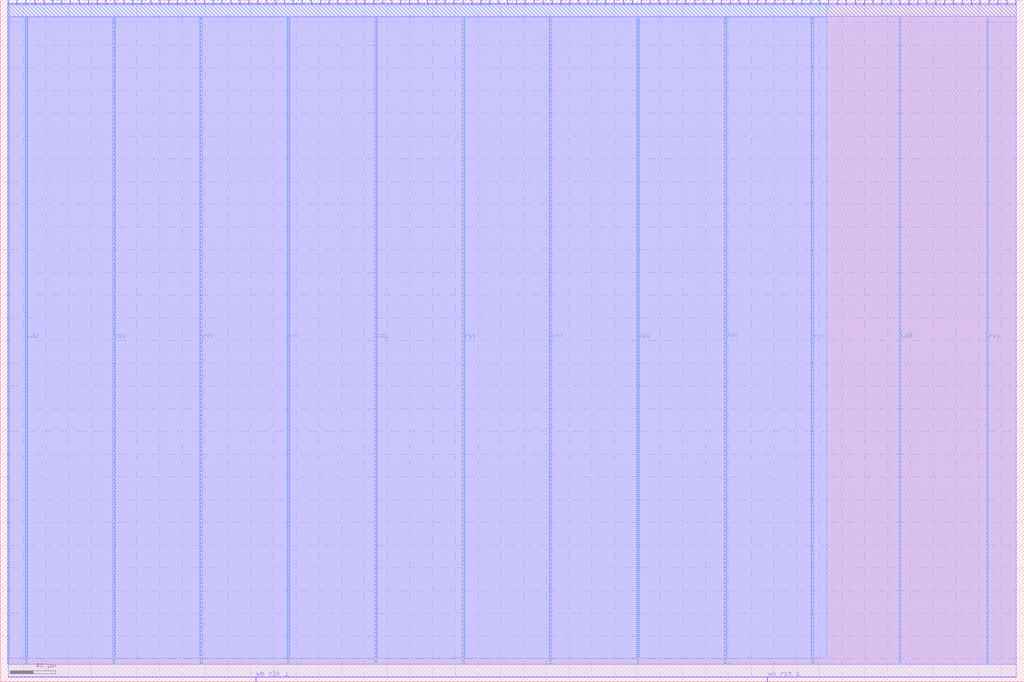
<source format=lef>
VERSION 5.7 ;
  NOWIREEXTENSIONATPIN ON ;
  DIVIDERCHAR "/" ;
  BUSBITCHARS "[]" ;
MACRO wrapped_as2650
  CLASS BLOCK ;
  FOREIGN wrapped_as2650 ;
  ORIGIN 0.000 0.000 ;
  SIZE 900.000 BY 600.000 ;
  PIN io_in[0]
    DIRECTION INPUT ;
    USE SIGNAL ;
    PORT
      LAYER Metal2 ;
        RECT 6.720 596.000 7.280 600.000 ;
    END
  END io_in[0]
  PIN io_in[10]
    DIRECTION INPUT ;
    USE SIGNAL ;
    PORT
      LAYER Metal2 ;
        RECT 241.920 596.000 242.480 600.000 ;
    END
  END io_in[10]
  PIN io_in[11]
    DIRECTION INPUT ;
    USE SIGNAL ;
    PORT
      LAYER Metal2 ;
        RECT 265.440 596.000 266.000 600.000 ;
    END
  END io_in[11]
  PIN io_in[12]
    DIRECTION INPUT ;
    USE SIGNAL ;
    PORT
      LAYER Metal2 ;
        RECT 288.960 596.000 289.520 600.000 ;
    END
  END io_in[12]
  PIN io_in[13]
    DIRECTION INPUT ;
    USE SIGNAL ;
    PORT
      LAYER Metal2 ;
        RECT 312.480 596.000 313.040 600.000 ;
    END
  END io_in[13]
  PIN io_in[14]
    DIRECTION INPUT ;
    USE SIGNAL ;
    PORT
      LAYER Metal2 ;
        RECT 336.000 596.000 336.560 600.000 ;
    END
  END io_in[14]
  PIN io_in[15]
    DIRECTION INPUT ;
    USE SIGNAL ;
    PORT
      LAYER Metal2 ;
        RECT 359.520 596.000 360.080 600.000 ;
    END
  END io_in[15]
  PIN io_in[16]
    DIRECTION INPUT ;
    USE SIGNAL ;
    PORT
      LAYER Metal2 ;
        RECT 383.040 596.000 383.600 600.000 ;
    END
  END io_in[16]
  PIN io_in[17]
    DIRECTION INPUT ;
    USE SIGNAL ;
    PORT
      LAYER Metal2 ;
        RECT 406.560 596.000 407.120 600.000 ;
    END
  END io_in[17]
  PIN io_in[18]
    DIRECTION INPUT ;
    USE SIGNAL ;
    PORT
      LAYER Metal2 ;
        RECT 430.080 596.000 430.640 600.000 ;
    END
  END io_in[18]
  PIN io_in[19]
    DIRECTION INPUT ;
    USE SIGNAL ;
    PORT
      LAYER Metal2 ;
        RECT 453.600 596.000 454.160 600.000 ;
    END
  END io_in[19]
  PIN io_in[1]
    DIRECTION INPUT ;
    USE SIGNAL ;
    PORT
      LAYER Metal2 ;
        RECT 30.240 596.000 30.800 600.000 ;
    END
  END io_in[1]
  PIN io_in[20]
    DIRECTION INPUT ;
    USE SIGNAL ;
    PORT
      LAYER Metal2 ;
        RECT 477.120 596.000 477.680 600.000 ;
    END
  END io_in[20]
  PIN io_in[21]
    DIRECTION INPUT ;
    USE SIGNAL ;
    PORT
      LAYER Metal2 ;
        RECT 500.640 596.000 501.200 600.000 ;
    END
  END io_in[21]
  PIN io_in[22]
    DIRECTION INPUT ;
    USE SIGNAL ;
    PORT
      LAYER Metal2 ;
        RECT 524.160 596.000 524.720 600.000 ;
    END
  END io_in[22]
  PIN io_in[23]
    DIRECTION INPUT ;
    USE SIGNAL ;
    PORT
      LAYER Metal2 ;
        RECT 547.680 596.000 548.240 600.000 ;
    END
  END io_in[23]
  PIN io_in[24]
    DIRECTION INPUT ;
    USE SIGNAL ;
    PORT
      LAYER Metal2 ;
        RECT 571.200 596.000 571.760 600.000 ;
    END
  END io_in[24]
  PIN io_in[25]
    DIRECTION INPUT ;
    USE SIGNAL ;
    PORT
      LAYER Metal2 ;
        RECT 594.720 596.000 595.280 600.000 ;
    END
  END io_in[25]
  PIN io_in[26]
    DIRECTION INPUT ;
    USE SIGNAL ;
    PORT
      LAYER Metal2 ;
        RECT 618.240 596.000 618.800 600.000 ;
    END
  END io_in[26]
  PIN io_in[27]
    DIRECTION INPUT ;
    USE SIGNAL ;
    PORT
      LAYER Metal2 ;
        RECT 641.760 596.000 642.320 600.000 ;
    END
  END io_in[27]
  PIN io_in[28]
    DIRECTION INPUT ;
    USE SIGNAL ;
    PORT
      LAYER Metal2 ;
        RECT 665.280 596.000 665.840 600.000 ;
    END
  END io_in[28]
  PIN io_in[29]
    DIRECTION INPUT ;
    USE SIGNAL ;
    PORT
      LAYER Metal2 ;
        RECT 688.800 596.000 689.360 600.000 ;
    END
  END io_in[29]
  PIN io_in[2]
    DIRECTION INPUT ;
    USE SIGNAL ;
    PORT
      LAYER Metal2 ;
        RECT 53.760 596.000 54.320 600.000 ;
    END
  END io_in[2]
  PIN io_in[30]
    DIRECTION INPUT ;
    USE SIGNAL ;
    PORT
      LAYER Metal2 ;
        RECT 712.320 596.000 712.880 600.000 ;
    END
  END io_in[30]
  PIN io_in[31]
    DIRECTION INPUT ;
    USE SIGNAL ;
    PORT
      LAYER Metal2 ;
        RECT 735.840 596.000 736.400 600.000 ;
    END
  END io_in[31]
  PIN io_in[32]
    DIRECTION INPUT ;
    USE SIGNAL ;
    PORT
      LAYER Metal2 ;
        RECT 759.360 596.000 759.920 600.000 ;
    END
  END io_in[32]
  PIN io_in[33]
    DIRECTION INPUT ;
    USE SIGNAL ;
    PORT
      LAYER Metal2 ;
        RECT 782.880 596.000 783.440 600.000 ;
    END
  END io_in[33]
  PIN io_in[34]
    DIRECTION INPUT ;
    USE SIGNAL ;
    PORT
      LAYER Metal2 ;
        RECT 806.400 596.000 806.960 600.000 ;
    END
  END io_in[34]
  PIN io_in[35]
    DIRECTION INPUT ;
    USE SIGNAL ;
    PORT
      LAYER Metal2 ;
        RECT 829.920 596.000 830.480 600.000 ;
    END
  END io_in[35]
  PIN io_in[36]
    DIRECTION INPUT ;
    USE SIGNAL ;
    PORT
      LAYER Metal2 ;
        RECT 853.440 596.000 854.000 600.000 ;
    END
  END io_in[36]
  PIN io_in[37]
    DIRECTION INPUT ;
    USE SIGNAL ;
    PORT
      LAYER Metal2 ;
        RECT 876.960 596.000 877.520 600.000 ;
    END
  END io_in[37]
  PIN io_in[3]
    DIRECTION INPUT ;
    USE SIGNAL ;
    PORT
      LAYER Metal2 ;
        RECT 77.280 596.000 77.840 600.000 ;
    END
  END io_in[3]
  PIN io_in[4]
    DIRECTION INPUT ;
    USE SIGNAL ;
    PORT
      LAYER Metal2 ;
        RECT 100.800 596.000 101.360 600.000 ;
    END
  END io_in[4]
  PIN io_in[5]
    DIRECTION INPUT ;
    USE SIGNAL ;
    PORT
      LAYER Metal2 ;
        RECT 124.320 596.000 124.880 600.000 ;
    END
  END io_in[5]
  PIN io_in[6]
    DIRECTION INPUT ;
    USE SIGNAL ;
    PORT
      LAYER Metal2 ;
        RECT 147.840 596.000 148.400 600.000 ;
    END
  END io_in[6]
  PIN io_in[7]
    DIRECTION INPUT ;
    USE SIGNAL ;
    PORT
      LAYER Metal2 ;
        RECT 171.360 596.000 171.920 600.000 ;
    END
  END io_in[7]
  PIN io_in[8]
    DIRECTION INPUT ;
    USE SIGNAL ;
    PORT
      LAYER Metal2 ;
        RECT 194.880 596.000 195.440 600.000 ;
    END
  END io_in[8]
  PIN io_in[9]
    DIRECTION INPUT ;
    USE SIGNAL ;
    PORT
      LAYER Metal2 ;
        RECT 218.400 596.000 218.960 600.000 ;
    END
  END io_in[9]
  PIN io_oeb[0]
    DIRECTION OUTPUT TRISTATE ;
    USE SIGNAL ;
    PORT
      LAYER Metal2 ;
        RECT 14.560 596.000 15.120 600.000 ;
    END
  END io_oeb[0]
  PIN io_oeb[10]
    DIRECTION OUTPUT TRISTATE ;
    USE SIGNAL ;
    PORT
      LAYER Metal2 ;
        RECT 249.760 596.000 250.320 600.000 ;
    END
  END io_oeb[10]
  PIN io_oeb[11]
    DIRECTION OUTPUT TRISTATE ;
    USE SIGNAL ;
    PORT
      LAYER Metal2 ;
        RECT 273.280 596.000 273.840 600.000 ;
    END
  END io_oeb[11]
  PIN io_oeb[12]
    DIRECTION OUTPUT TRISTATE ;
    USE SIGNAL ;
    PORT
      LAYER Metal2 ;
        RECT 296.800 596.000 297.360 600.000 ;
    END
  END io_oeb[12]
  PIN io_oeb[13]
    DIRECTION OUTPUT TRISTATE ;
    USE SIGNAL ;
    PORT
      LAYER Metal2 ;
        RECT 320.320 596.000 320.880 600.000 ;
    END
  END io_oeb[13]
  PIN io_oeb[14]
    DIRECTION OUTPUT TRISTATE ;
    USE SIGNAL ;
    PORT
      LAYER Metal2 ;
        RECT 343.840 596.000 344.400 600.000 ;
    END
  END io_oeb[14]
  PIN io_oeb[15]
    DIRECTION OUTPUT TRISTATE ;
    USE SIGNAL ;
    PORT
      LAYER Metal2 ;
        RECT 367.360 596.000 367.920 600.000 ;
    END
  END io_oeb[15]
  PIN io_oeb[16]
    DIRECTION OUTPUT TRISTATE ;
    USE SIGNAL ;
    PORT
      LAYER Metal2 ;
        RECT 390.880 596.000 391.440 600.000 ;
    END
  END io_oeb[16]
  PIN io_oeb[17]
    DIRECTION OUTPUT TRISTATE ;
    USE SIGNAL ;
    PORT
      LAYER Metal2 ;
        RECT 414.400 596.000 414.960 600.000 ;
    END
  END io_oeb[17]
  PIN io_oeb[18]
    DIRECTION OUTPUT TRISTATE ;
    USE SIGNAL ;
    PORT
      LAYER Metal2 ;
        RECT 437.920 596.000 438.480 600.000 ;
    END
  END io_oeb[18]
  PIN io_oeb[19]
    DIRECTION OUTPUT TRISTATE ;
    USE SIGNAL ;
    PORT
      LAYER Metal2 ;
        RECT 461.440 596.000 462.000 600.000 ;
    END
  END io_oeb[19]
  PIN io_oeb[1]
    DIRECTION OUTPUT TRISTATE ;
    USE SIGNAL ;
    PORT
      LAYER Metal2 ;
        RECT 38.080 596.000 38.640 600.000 ;
    END
  END io_oeb[1]
  PIN io_oeb[20]
    DIRECTION OUTPUT TRISTATE ;
    USE SIGNAL ;
    PORT
      LAYER Metal2 ;
        RECT 484.960 596.000 485.520 600.000 ;
    END
  END io_oeb[20]
  PIN io_oeb[21]
    DIRECTION OUTPUT TRISTATE ;
    USE SIGNAL ;
    PORT
      LAYER Metal2 ;
        RECT 508.480 596.000 509.040 600.000 ;
    END
  END io_oeb[21]
  PIN io_oeb[22]
    DIRECTION OUTPUT TRISTATE ;
    USE SIGNAL ;
    PORT
      LAYER Metal2 ;
        RECT 532.000 596.000 532.560 600.000 ;
    END
  END io_oeb[22]
  PIN io_oeb[23]
    DIRECTION OUTPUT TRISTATE ;
    USE SIGNAL ;
    PORT
      LAYER Metal2 ;
        RECT 555.520 596.000 556.080 600.000 ;
    END
  END io_oeb[23]
  PIN io_oeb[24]
    DIRECTION OUTPUT TRISTATE ;
    USE SIGNAL ;
    PORT
      LAYER Metal2 ;
        RECT 579.040 596.000 579.600 600.000 ;
    END
  END io_oeb[24]
  PIN io_oeb[25]
    DIRECTION OUTPUT TRISTATE ;
    USE SIGNAL ;
    PORT
      LAYER Metal2 ;
        RECT 602.560 596.000 603.120 600.000 ;
    END
  END io_oeb[25]
  PIN io_oeb[26]
    DIRECTION OUTPUT TRISTATE ;
    USE SIGNAL ;
    PORT
      LAYER Metal2 ;
        RECT 626.080 596.000 626.640 600.000 ;
    END
  END io_oeb[26]
  PIN io_oeb[27]
    DIRECTION OUTPUT TRISTATE ;
    USE SIGNAL ;
    PORT
      LAYER Metal2 ;
        RECT 649.600 596.000 650.160 600.000 ;
    END
  END io_oeb[27]
  PIN io_oeb[28]
    DIRECTION OUTPUT TRISTATE ;
    USE SIGNAL ;
    PORT
      LAYER Metal2 ;
        RECT 673.120 596.000 673.680 600.000 ;
    END
  END io_oeb[28]
  PIN io_oeb[29]
    DIRECTION OUTPUT TRISTATE ;
    USE SIGNAL ;
    PORT
      LAYER Metal2 ;
        RECT 696.640 596.000 697.200 600.000 ;
    END
  END io_oeb[29]
  PIN io_oeb[2]
    DIRECTION OUTPUT TRISTATE ;
    USE SIGNAL ;
    PORT
      LAYER Metal2 ;
        RECT 61.600 596.000 62.160 600.000 ;
    END
  END io_oeb[2]
  PIN io_oeb[30]
    DIRECTION OUTPUT TRISTATE ;
    USE SIGNAL ;
    PORT
      LAYER Metal2 ;
        RECT 720.160 596.000 720.720 600.000 ;
    END
  END io_oeb[30]
  PIN io_oeb[31]
    DIRECTION OUTPUT TRISTATE ;
    USE SIGNAL ;
    PORT
      LAYER Metal2 ;
        RECT 743.680 596.000 744.240 600.000 ;
    END
  END io_oeb[31]
  PIN io_oeb[32]
    DIRECTION OUTPUT TRISTATE ;
    USE SIGNAL ;
    PORT
      LAYER Metal2 ;
        RECT 767.200 596.000 767.760 600.000 ;
    END
  END io_oeb[32]
  PIN io_oeb[33]
    DIRECTION OUTPUT TRISTATE ;
    USE SIGNAL ;
    PORT
      LAYER Metal2 ;
        RECT 790.720 596.000 791.280 600.000 ;
    END
  END io_oeb[33]
  PIN io_oeb[34]
    DIRECTION OUTPUT TRISTATE ;
    USE SIGNAL ;
    PORT
      LAYER Metal2 ;
        RECT 814.240 596.000 814.800 600.000 ;
    END
  END io_oeb[34]
  PIN io_oeb[35]
    DIRECTION OUTPUT TRISTATE ;
    USE SIGNAL ;
    PORT
      LAYER Metal2 ;
        RECT 837.760 596.000 838.320 600.000 ;
    END
  END io_oeb[35]
  PIN io_oeb[36]
    DIRECTION OUTPUT TRISTATE ;
    USE SIGNAL ;
    PORT
      LAYER Metal2 ;
        RECT 861.280 596.000 861.840 600.000 ;
    END
  END io_oeb[36]
  PIN io_oeb[37]
    DIRECTION OUTPUT TRISTATE ;
    USE SIGNAL ;
    PORT
      LAYER Metal2 ;
        RECT 884.800 596.000 885.360 600.000 ;
    END
  END io_oeb[37]
  PIN io_oeb[3]
    DIRECTION OUTPUT TRISTATE ;
    USE SIGNAL ;
    PORT
      LAYER Metal2 ;
        RECT 85.120 596.000 85.680 600.000 ;
    END
  END io_oeb[3]
  PIN io_oeb[4]
    DIRECTION OUTPUT TRISTATE ;
    USE SIGNAL ;
    PORT
      LAYER Metal2 ;
        RECT 108.640 596.000 109.200 600.000 ;
    END
  END io_oeb[4]
  PIN io_oeb[5]
    DIRECTION OUTPUT TRISTATE ;
    USE SIGNAL ;
    PORT
      LAYER Metal2 ;
        RECT 132.160 596.000 132.720 600.000 ;
    END
  END io_oeb[5]
  PIN io_oeb[6]
    DIRECTION OUTPUT TRISTATE ;
    USE SIGNAL ;
    PORT
      LAYER Metal2 ;
        RECT 155.680 596.000 156.240 600.000 ;
    END
  END io_oeb[6]
  PIN io_oeb[7]
    DIRECTION OUTPUT TRISTATE ;
    USE SIGNAL ;
    PORT
      LAYER Metal2 ;
        RECT 179.200 596.000 179.760 600.000 ;
    END
  END io_oeb[7]
  PIN io_oeb[8]
    DIRECTION OUTPUT TRISTATE ;
    USE SIGNAL ;
    PORT
      LAYER Metal2 ;
        RECT 202.720 596.000 203.280 600.000 ;
    END
  END io_oeb[8]
  PIN io_oeb[9]
    DIRECTION OUTPUT TRISTATE ;
    USE SIGNAL ;
    PORT
      LAYER Metal2 ;
        RECT 226.240 596.000 226.800 600.000 ;
    END
  END io_oeb[9]
  PIN io_out[0]
    DIRECTION OUTPUT TRISTATE ;
    USE SIGNAL ;
    PORT
      LAYER Metal2 ;
        RECT 22.400 596.000 22.960 600.000 ;
    END
  END io_out[0]
  PIN io_out[10]
    DIRECTION OUTPUT TRISTATE ;
    USE SIGNAL ;
    PORT
      LAYER Metal2 ;
        RECT 257.600 596.000 258.160 600.000 ;
    END
  END io_out[10]
  PIN io_out[11]
    DIRECTION OUTPUT TRISTATE ;
    USE SIGNAL ;
    PORT
      LAYER Metal2 ;
        RECT 281.120 596.000 281.680 600.000 ;
    END
  END io_out[11]
  PIN io_out[12]
    DIRECTION OUTPUT TRISTATE ;
    USE SIGNAL ;
    PORT
      LAYER Metal2 ;
        RECT 304.640 596.000 305.200 600.000 ;
    END
  END io_out[12]
  PIN io_out[13]
    DIRECTION OUTPUT TRISTATE ;
    USE SIGNAL ;
    PORT
      LAYER Metal2 ;
        RECT 328.160 596.000 328.720 600.000 ;
    END
  END io_out[13]
  PIN io_out[14]
    DIRECTION OUTPUT TRISTATE ;
    USE SIGNAL ;
    PORT
      LAYER Metal2 ;
        RECT 351.680 596.000 352.240 600.000 ;
    END
  END io_out[14]
  PIN io_out[15]
    DIRECTION OUTPUT TRISTATE ;
    USE SIGNAL ;
    PORT
      LAYER Metal2 ;
        RECT 375.200 596.000 375.760 600.000 ;
    END
  END io_out[15]
  PIN io_out[16]
    DIRECTION OUTPUT TRISTATE ;
    USE SIGNAL ;
    PORT
      LAYER Metal2 ;
        RECT 398.720 596.000 399.280 600.000 ;
    END
  END io_out[16]
  PIN io_out[17]
    DIRECTION OUTPUT TRISTATE ;
    USE SIGNAL ;
    PORT
      LAYER Metal2 ;
        RECT 422.240 596.000 422.800 600.000 ;
    END
  END io_out[17]
  PIN io_out[18]
    DIRECTION OUTPUT TRISTATE ;
    USE SIGNAL ;
    PORT
      LAYER Metal2 ;
        RECT 445.760 596.000 446.320 600.000 ;
    END
  END io_out[18]
  PIN io_out[19]
    DIRECTION OUTPUT TRISTATE ;
    USE SIGNAL ;
    PORT
      LAYER Metal2 ;
        RECT 469.280 596.000 469.840 600.000 ;
    END
  END io_out[19]
  PIN io_out[1]
    DIRECTION OUTPUT TRISTATE ;
    USE SIGNAL ;
    PORT
      LAYER Metal2 ;
        RECT 45.920 596.000 46.480 600.000 ;
    END
  END io_out[1]
  PIN io_out[20]
    DIRECTION OUTPUT TRISTATE ;
    USE SIGNAL ;
    PORT
      LAYER Metal2 ;
        RECT 492.800 596.000 493.360 600.000 ;
    END
  END io_out[20]
  PIN io_out[21]
    DIRECTION OUTPUT TRISTATE ;
    USE SIGNAL ;
    PORT
      LAYER Metal2 ;
        RECT 516.320 596.000 516.880 600.000 ;
    END
  END io_out[21]
  PIN io_out[22]
    DIRECTION OUTPUT TRISTATE ;
    USE SIGNAL ;
    PORT
      LAYER Metal2 ;
        RECT 539.840 596.000 540.400 600.000 ;
    END
  END io_out[22]
  PIN io_out[23]
    DIRECTION OUTPUT TRISTATE ;
    USE SIGNAL ;
    PORT
      LAYER Metal2 ;
        RECT 563.360 596.000 563.920 600.000 ;
    END
  END io_out[23]
  PIN io_out[24]
    DIRECTION OUTPUT TRISTATE ;
    USE SIGNAL ;
    PORT
      LAYER Metal2 ;
        RECT 586.880 596.000 587.440 600.000 ;
    END
  END io_out[24]
  PIN io_out[25]
    DIRECTION OUTPUT TRISTATE ;
    USE SIGNAL ;
    PORT
      LAYER Metal2 ;
        RECT 610.400 596.000 610.960 600.000 ;
    END
  END io_out[25]
  PIN io_out[26]
    DIRECTION OUTPUT TRISTATE ;
    USE SIGNAL ;
    PORT
      LAYER Metal2 ;
        RECT 633.920 596.000 634.480 600.000 ;
    END
  END io_out[26]
  PIN io_out[27]
    DIRECTION OUTPUT TRISTATE ;
    USE SIGNAL ;
    PORT
      LAYER Metal2 ;
        RECT 657.440 596.000 658.000 600.000 ;
    END
  END io_out[27]
  PIN io_out[28]
    DIRECTION OUTPUT TRISTATE ;
    USE SIGNAL ;
    PORT
      LAYER Metal2 ;
        RECT 680.960 596.000 681.520 600.000 ;
    END
  END io_out[28]
  PIN io_out[29]
    DIRECTION OUTPUT TRISTATE ;
    USE SIGNAL ;
    PORT
      LAYER Metal2 ;
        RECT 704.480 596.000 705.040 600.000 ;
    END
  END io_out[29]
  PIN io_out[2]
    DIRECTION OUTPUT TRISTATE ;
    USE SIGNAL ;
    PORT
      LAYER Metal2 ;
        RECT 69.440 596.000 70.000 600.000 ;
    END
  END io_out[2]
  PIN io_out[30]
    DIRECTION OUTPUT TRISTATE ;
    USE SIGNAL ;
    PORT
      LAYER Metal2 ;
        RECT 728.000 596.000 728.560 600.000 ;
    END
  END io_out[30]
  PIN io_out[31]
    DIRECTION OUTPUT TRISTATE ;
    USE SIGNAL ;
    PORT
      LAYER Metal2 ;
        RECT 751.520 596.000 752.080 600.000 ;
    END
  END io_out[31]
  PIN io_out[32]
    DIRECTION OUTPUT TRISTATE ;
    USE SIGNAL ;
    PORT
      LAYER Metal2 ;
        RECT 775.040 596.000 775.600 600.000 ;
    END
  END io_out[32]
  PIN io_out[33]
    DIRECTION OUTPUT TRISTATE ;
    USE SIGNAL ;
    PORT
      LAYER Metal2 ;
        RECT 798.560 596.000 799.120 600.000 ;
    END
  END io_out[33]
  PIN io_out[34]
    DIRECTION OUTPUT TRISTATE ;
    USE SIGNAL ;
    PORT
      LAYER Metal2 ;
        RECT 822.080 596.000 822.640 600.000 ;
    END
  END io_out[34]
  PIN io_out[35]
    DIRECTION OUTPUT TRISTATE ;
    USE SIGNAL ;
    PORT
      LAYER Metal2 ;
        RECT 845.600 596.000 846.160 600.000 ;
    END
  END io_out[35]
  PIN io_out[36]
    DIRECTION OUTPUT TRISTATE ;
    USE SIGNAL ;
    PORT
      LAYER Metal2 ;
        RECT 869.120 596.000 869.680 600.000 ;
    END
  END io_out[36]
  PIN io_out[37]
    DIRECTION OUTPUT TRISTATE ;
    USE SIGNAL ;
    PORT
      LAYER Metal2 ;
        RECT 892.640 596.000 893.200 600.000 ;
    END
  END io_out[37]
  PIN io_out[3]
    DIRECTION OUTPUT TRISTATE ;
    USE SIGNAL ;
    PORT
      LAYER Metal2 ;
        RECT 92.960 596.000 93.520 600.000 ;
    END
  END io_out[3]
  PIN io_out[4]
    DIRECTION OUTPUT TRISTATE ;
    USE SIGNAL ;
    PORT
      LAYER Metal2 ;
        RECT 116.480 596.000 117.040 600.000 ;
    END
  END io_out[4]
  PIN io_out[5]
    DIRECTION OUTPUT TRISTATE ;
    USE SIGNAL ;
    PORT
      LAYER Metal2 ;
        RECT 140.000 596.000 140.560 600.000 ;
    END
  END io_out[5]
  PIN io_out[6]
    DIRECTION OUTPUT TRISTATE ;
    USE SIGNAL ;
    PORT
      LAYER Metal2 ;
        RECT 163.520 596.000 164.080 600.000 ;
    END
  END io_out[6]
  PIN io_out[7]
    DIRECTION OUTPUT TRISTATE ;
    USE SIGNAL ;
    PORT
      LAYER Metal2 ;
        RECT 187.040 596.000 187.600 600.000 ;
    END
  END io_out[7]
  PIN io_out[8]
    DIRECTION OUTPUT TRISTATE ;
    USE SIGNAL ;
    PORT
      LAYER Metal2 ;
        RECT 210.560 596.000 211.120 600.000 ;
    END
  END io_out[8]
  PIN io_out[9]
    DIRECTION OUTPUT TRISTATE ;
    USE SIGNAL ;
    PORT
      LAYER Metal2 ;
        RECT 234.080 596.000 234.640 600.000 ;
    END
  END io_out[9]
  PIN vdd
    DIRECTION INOUT ;
    USE POWER ;
    PORT
      LAYER Metal4 ;
        RECT 22.240 15.380 23.840 584.380 ;
    END
    PORT
      LAYER Metal4 ;
        RECT 175.840 15.380 177.440 584.380 ;
    END
    PORT
      LAYER Metal4 ;
        RECT 329.440 15.380 331.040 584.380 ;
    END
    PORT
      LAYER Metal4 ;
        RECT 483.040 15.380 484.640 584.380 ;
    END
    PORT
      LAYER Metal4 ;
        RECT 636.640 15.380 638.240 584.380 ;
    END
    PORT
      LAYER Metal4 ;
        RECT 790.240 15.380 791.840 584.380 ;
    END
  END vdd
  PIN vss
    DIRECTION INOUT ;
    USE GROUND ;
    PORT
      LAYER Metal4 ;
        RECT 99.040 15.380 100.640 584.380 ;
    END
    PORT
      LAYER Metal4 ;
        RECT 252.640 15.380 254.240 584.380 ;
    END
    PORT
      LAYER Metal4 ;
        RECT 406.240 15.380 407.840 584.380 ;
    END
    PORT
      LAYER Metal4 ;
        RECT 559.840 15.380 561.440 584.380 ;
    END
    PORT
      LAYER Metal4 ;
        RECT 713.440 15.380 715.040 584.380 ;
    END
    PORT
      LAYER Metal4 ;
        RECT 867.040 15.380 868.640 584.380 ;
    END
  END vss
  PIN wb_clk_i
    DIRECTION INPUT ;
    USE SIGNAL ;
    PORT
      LAYER Metal2 ;
        RECT 224.560 0.000 225.120 4.000 ;
    END
  END wb_clk_i
  PIN wb_rst_i
    DIRECTION INPUT ;
    USE SIGNAL ;
    PORT
      LAYER Metal2 ;
        RECT 674.240 0.000 674.800 4.000 ;
    END
  END wb_rst_i
  OBS
      LAYER Metal1 ;
        RECT 6.720 15.380 893.200 585.610 ;
      LAYER Metal2 ;
        RECT 7.580 595.700 14.260 596.870 ;
        RECT 15.420 595.700 22.100 596.870 ;
        RECT 23.260 595.700 29.940 596.870 ;
        RECT 31.100 595.700 37.780 596.870 ;
        RECT 38.940 595.700 45.620 596.870 ;
        RECT 46.780 595.700 53.460 596.870 ;
        RECT 54.620 595.700 61.300 596.870 ;
        RECT 62.460 595.700 69.140 596.870 ;
        RECT 70.300 595.700 76.980 596.870 ;
        RECT 78.140 595.700 84.820 596.870 ;
        RECT 85.980 595.700 92.660 596.870 ;
        RECT 93.820 595.700 100.500 596.870 ;
        RECT 101.660 595.700 108.340 596.870 ;
        RECT 109.500 595.700 116.180 596.870 ;
        RECT 117.340 595.700 124.020 596.870 ;
        RECT 125.180 595.700 131.860 596.870 ;
        RECT 133.020 595.700 139.700 596.870 ;
        RECT 140.860 595.700 147.540 596.870 ;
        RECT 148.700 595.700 155.380 596.870 ;
        RECT 156.540 595.700 163.220 596.870 ;
        RECT 164.380 595.700 171.060 596.870 ;
        RECT 172.220 595.700 178.900 596.870 ;
        RECT 180.060 595.700 186.740 596.870 ;
        RECT 187.900 595.700 194.580 596.870 ;
        RECT 195.740 595.700 202.420 596.870 ;
        RECT 203.580 595.700 210.260 596.870 ;
        RECT 211.420 595.700 218.100 596.870 ;
        RECT 219.260 595.700 225.940 596.870 ;
        RECT 227.100 595.700 233.780 596.870 ;
        RECT 234.940 595.700 241.620 596.870 ;
        RECT 242.780 595.700 249.460 596.870 ;
        RECT 250.620 595.700 257.300 596.870 ;
        RECT 258.460 595.700 265.140 596.870 ;
        RECT 266.300 595.700 272.980 596.870 ;
        RECT 274.140 595.700 280.820 596.870 ;
        RECT 281.980 595.700 288.660 596.870 ;
        RECT 289.820 595.700 296.500 596.870 ;
        RECT 297.660 595.700 304.340 596.870 ;
        RECT 305.500 595.700 312.180 596.870 ;
        RECT 313.340 595.700 320.020 596.870 ;
        RECT 321.180 595.700 327.860 596.870 ;
        RECT 329.020 595.700 335.700 596.870 ;
        RECT 336.860 595.700 343.540 596.870 ;
        RECT 344.700 595.700 351.380 596.870 ;
        RECT 352.540 595.700 359.220 596.870 ;
        RECT 360.380 595.700 367.060 596.870 ;
        RECT 368.220 595.700 374.900 596.870 ;
        RECT 376.060 595.700 382.740 596.870 ;
        RECT 383.900 595.700 390.580 596.870 ;
        RECT 391.740 595.700 398.420 596.870 ;
        RECT 399.580 595.700 406.260 596.870 ;
        RECT 407.420 595.700 414.100 596.870 ;
        RECT 415.260 595.700 421.940 596.870 ;
        RECT 423.100 595.700 429.780 596.870 ;
        RECT 430.940 595.700 437.620 596.870 ;
        RECT 438.780 595.700 445.460 596.870 ;
        RECT 446.620 595.700 453.300 596.870 ;
        RECT 454.460 595.700 461.140 596.870 ;
        RECT 462.300 595.700 468.980 596.870 ;
        RECT 470.140 595.700 476.820 596.870 ;
        RECT 477.980 595.700 484.660 596.870 ;
        RECT 485.820 595.700 492.500 596.870 ;
        RECT 493.660 595.700 500.340 596.870 ;
        RECT 501.500 595.700 508.180 596.870 ;
        RECT 509.340 595.700 516.020 596.870 ;
        RECT 517.180 595.700 523.860 596.870 ;
        RECT 525.020 595.700 531.700 596.870 ;
        RECT 532.860 595.700 539.540 596.870 ;
        RECT 540.700 595.700 547.380 596.870 ;
        RECT 548.540 595.700 555.220 596.870 ;
        RECT 556.380 595.700 563.060 596.870 ;
        RECT 564.220 595.700 570.900 596.870 ;
        RECT 572.060 595.700 578.740 596.870 ;
        RECT 579.900 595.700 586.580 596.870 ;
        RECT 587.740 595.700 594.420 596.870 ;
        RECT 595.580 595.700 602.260 596.870 ;
        RECT 603.420 595.700 610.100 596.870 ;
        RECT 611.260 595.700 617.940 596.870 ;
        RECT 619.100 595.700 625.780 596.870 ;
        RECT 626.940 595.700 633.620 596.870 ;
        RECT 634.780 595.700 641.460 596.870 ;
        RECT 642.620 595.700 649.300 596.870 ;
        RECT 650.460 595.700 657.140 596.870 ;
        RECT 658.300 595.700 664.980 596.870 ;
        RECT 666.140 595.700 672.820 596.870 ;
        RECT 673.980 595.700 680.660 596.870 ;
        RECT 681.820 595.700 688.500 596.870 ;
        RECT 689.660 595.700 696.340 596.870 ;
        RECT 697.500 595.700 704.180 596.870 ;
        RECT 705.340 595.700 712.020 596.870 ;
        RECT 713.180 595.700 719.860 596.870 ;
        RECT 721.020 595.700 727.700 596.870 ;
        RECT 728.860 595.700 735.540 596.870 ;
        RECT 736.700 595.700 743.380 596.870 ;
        RECT 744.540 595.700 751.220 596.870 ;
        RECT 752.380 595.700 759.060 596.870 ;
        RECT 760.220 595.700 766.900 596.870 ;
        RECT 768.060 595.700 774.740 596.870 ;
        RECT 775.900 595.700 782.580 596.870 ;
        RECT 783.740 595.700 790.420 596.870 ;
        RECT 791.580 595.700 798.260 596.870 ;
        RECT 799.420 595.700 806.100 596.870 ;
        RECT 807.260 595.700 813.940 596.870 ;
        RECT 815.100 595.700 821.780 596.870 ;
        RECT 822.940 595.700 829.620 596.870 ;
        RECT 830.780 595.700 837.460 596.870 ;
        RECT 838.620 595.700 845.300 596.870 ;
        RECT 846.460 595.700 853.140 596.870 ;
        RECT 854.300 595.700 860.980 596.870 ;
        RECT 862.140 595.700 868.820 596.870 ;
        RECT 869.980 595.700 876.660 596.870 ;
        RECT 877.820 595.700 884.500 596.870 ;
        RECT 885.660 595.700 892.340 596.870 ;
        RECT 6.860 4.300 893.060 595.700 ;
        RECT 6.860 4.000 224.260 4.300 ;
        RECT 225.420 4.000 673.940 4.300 ;
        RECT 675.100 4.000 893.060 4.300 ;
      LAYER Metal3 ;
        RECT 6.810 15.540 893.110 596.820 ;
      LAYER Metal4 ;
        RECT 8.540 584.680 726.740 596.310 ;
        RECT 8.540 20.810 21.940 584.680 ;
        RECT 24.140 20.810 98.740 584.680 ;
        RECT 100.940 20.810 175.540 584.680 ;
        RECT 177.740 20.810 252.340 584.680 ;
        RECT 254.540 20.810 329.140 584.680 ;
        RECT 331.340 20.810 405.940 584.680 ;
        RECT 408.140 20.810 482.740 584.680 ;
        RECT 484.940 20.810 559.540 584.680 ;
        RECT 561.740 20.810 636.340 584.680 ;
        RECT 638.540 20.810 713.140 584.680 ;
        RECT 715.340 20.810 726.740 584.680 ;
  END
END wrapped_as2650
END LIBRARY


</source>
